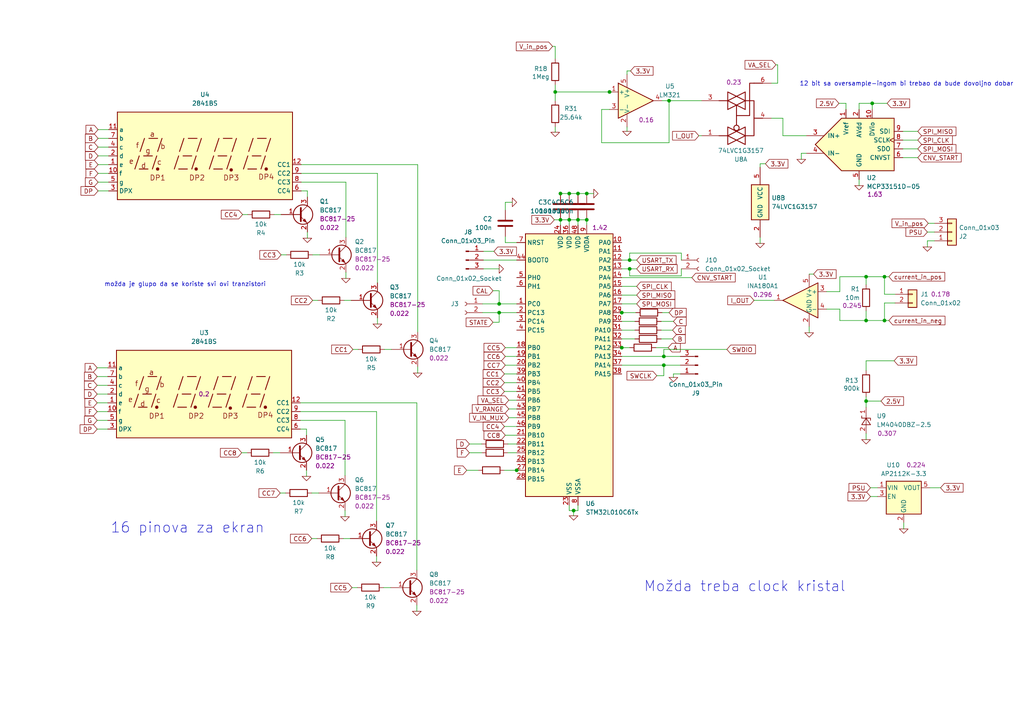
<source format=kicad_sch>
(kicad_sch (version 20230121) (generator eeschema)
  (paper "A4")
  (junction (at 162.56 56.134))
  (junction (at 162.56 63.754))
  (junction (at 167.64 56.134))
  (junction (at 192.532 105.918))
  (junction (at 192.532 103.378))
  (junction (at 166.37 148.082))
  (junction (at 180.34 90.678))
  (junction (at 251.206 92.964))
  (junction (at 194.056 29.21))
  (junction (at 165.1 56.134))
  (junction (at 149.86 136.398))
  (junction (at 170.18 56.134))
  (junction (at 251.206 116.332))
  (junction (at 144.78 88.138))
  (junction (at 176.784 26.67))
  (junction (at 256.54 80.264))
  (junction (at 144.78 90.678))
  (junction (at 180.34 100.838))
  (junction (at 165.1 63.754))
  (junction (at 182.626 75.438))
  (junction (at 182.626 77.978))
  (junction (at 252.984 29.972))
  (junction (at 256.54 92.964))
  (junction (at 170.18 63.754))
  (junction (at 167.64 63.754))
  (junction (at 251.206 80.264))
  (junction (at 161.036 26.67))
  (wire (pts (xy 182.626 73.406) (xy 182.626 75.438)))
  (wire (pts (xy 232.41 46.228) (xy 232.41 44.45)))
  (wire (pts (xy 259.334 104.648) (xy 251.206 104.648)))
  (wire (pts (xy 235.966 79.502) (xy 234.696 79.502)))
  (wire (pts (xy 165.1 63.754) (xy 165.1 65.278)))
  (wire (pts (xy 251.206 104.648) (xy 251.206 107.442)))
  (wire (pts (xy 195.326 93.218) (xy 191.77 93.218)))
  (wire (pts (xy 234.696 96.52) (xy 234.696 94.742)))
  (wire (pts (xy 90.678 73.914) (xy 92.71 73.914)))
  (wire (pts (xy 89.154 57.15) (xy 89.154 55.372)))
  (wire (pts (xy 251.206 80.264) (xy 256.54 80.264)))
  (wire (pts (xy 28.194 119.38) (xy 31.242 119.38)))
  (wire (pts (xy 167.64 56.134) (xy 165.1 56.134)))
  (wire (pts (xy 146.558 68.58) (xy 146.558 70.358)))
  (wire (pts (xy 271.018 69.85) (xy 268.986 69.85)))
  (wire (pts (xy 143.002 84.328) (xy 144.78 84.328)))
  (wire (pts (xy 225.552 24.13) (xy 223.774 24.13)))
  (wire (pts (xy 252.984 29.972) (xy 249.174 29.972)))
  (wire (pts (xy 218.694 87.122) (xy 224.536 87.122)))
  (wire (pts (xy 146.558 126.238) (xy 149.86 126.238)))
  (wire (pts (xy 180.34 93.218) (xy 184.15 93.218)))
  (wire (pts (xy 180.34 103.378) (xy 192.532 103.378)))
  (wire (pts (xy 146.558 105.918) (xy 149.86 105.918)))
  (wire (pts (xy 149.86 136.398) (xy 150.114 136.398)))
  (wire (pts (xy 140.208 75.438) (xy 149.86 75.438)))
  (wire (pts (xy 149.86 88.138) (xy 144.78 88.138)))
  (wire (pts (xy 70.104 131.318) (xy 71.628 131.318)))
  (wire (pts (xy 87.376 52.832) (xy 100.33 52.832)))
  (wire (pts (xy 99.568 156.21) (xy 101.6 156.21)))
  (wire (pts (xy 180.34 100.838) (xy 180.086 100.838)))
  (wire (pts (xy 136.144 128.778) (xy 139.7 128.778)))
  (wire (pts (xy 161.036 26.67) (xy 176.784 26.67)))
  (wire (pts (xy 210.82 101.346) (xy 192.532 101.346)))
  (wire (pts (xy 121.158 108.204) (xy 121.158 106.426)))
  (wire (pts (xy 28.194 106.68) (xy 31.242 106.68)))
  (wire (pts (xy 100.33 80.772) (xy 100.33 78.994)))
  (wire (pts (xy 182.626 100.838) (xy 180.34 100.838)))
  (wire (pts (xy 28.448 47.752) (xy 31.496 47.752)))
  (wire (pts (xy 184.15 95.758) (xy 180.34 95.758)))
  (wire (pts (xy 89.154 55.372) (xy 87.376 55.372)))
  (wire (pts (xy 221.996 47.498) (xy 220.472 47.498)))
  (wire (pts (xy 182.626 75.438) (xy 180.34 75.438)))
  (wire (pts (xy 180.34 80.518) (xy 200.66 80.518)))
  (wire (pts (xy 220.472 70.612) (xy 220.472 68.834)))
  (wire (pts (xy 251.206 92.964) (xy 256.54 92.964)))
  (wire (pts (xy 192.532 103.378) (xy 197.358 103.378)))
  (wire (pts (xy 268.986 71.628) (xy 268.986 69.85)))
  (wire (pts (xy 197.612 80.01) (xy 182.626 80.01)))
  (wire (pts (xy 182.626 80.01) (xy 182.626 77.978)))
  (wire (pts (xy 147.574 121.158) (xy 149.86 121.158)))
  (wire (pts (xy 109.22 163.068) (xy 109.22 161.29)))
  (wire (pts (xy 197.612 75.438) (xy 197.612 73.406)))
  (wire (pts (xy 146.304 110.998) (xy 149.86 110.998)))
  (wire (pts (xy 259.588 85.344) (xy 256.54 85.344)))
  (wire (pts (xy 28.448 50.292) (xy 31.496 50.292)))
  (wire (pts (xy 147.32 128.778) (xy 149.86 128.778)))
  (wire (pts (xy 28.448 42.672) (xy 31.496 42.672)))
  (wire (pts (xy 176.784 26.67) (xy 177.292 26.67)))
  (wire (pts (xy 192.532 108.966) (xy 190.5 108.966)))
  (wire (pts (xy 121.158 47.752) (xy 87.376 47.752)))
  (wire (pts (xy 146.558 58.674) (xy 146.558 60.96)))
  (wire (pts (xy 161.036 26.67) (xy 161.036 29.21)))
  (wire (pts (xy 225.552 18.796) (xy 225.552 24.13)))
  (wire (pts (xy 184.658 85.598) (xy 180.34 85.598)))
  (wire (pts (xy 165.1 148.082) (xy 166.37 148.082)))
  (wire (pts (xy 109.22 119.38) (xy 87.122 119.38)))
  (wire (pts (xy 120.904 177.292) (xy 120.904 175.514)))
  (wire (pts (xy 251.206 127.508) (xy 251.206 125.73)))
  (wire (pts (xy 251.206 80.264) (xy 251.206 82.55)))
  (wire (pts (xy 160.274 13.462) (xy 161.036 13.462)))
  (wire (pts (xy 251.206 116.332) (xy 251.206 118.11)))
  (wire (pts (xy 243.586 84.582) (xy 243.586 80.264)))
  (wire (pts (xy 28.194 111.76) (xy 31.242 111.76)))
  (wire (pts (xy 79.248 131.318) (xy 81.28 131.318)))
  (wire (pts (xy 243.586 92.964) (xy 251.206 92.964)))
  (wire (pts (xy 161.036 38.354) (xy 161.036 36.83)))
  (wire (pts (xy 197.612 77.978) (xy 197.612 80.01)))
  (wire (pts (xy 197.612 73.406) (xy 182.626 73.406)))
  (wire (pts (xy 180.34 90.678) (xy 180.086 90.678)))
  (wire (pts (xy 144.78 93.472) (xy 143.002 93.472)))
  (wire (pts (xy 148.59 58.674) (xy 146.558 58.674)))
  (wire (pts (xy 251.206 115.062) (xy 251.206 116.332)))
  (wire (pts (xy 161.036 24.638) (xy 161.036 26.67)))
  (wire (pts (xy 146.304 113.538) (xy 149.86 113.538)))
  (wire (pts (xy 181.864 20.574) (xy 181.864 21.59)))
  (wire (pts (xy 111.252 170.434) (xy 113.284 170.434)))
  (wire (pts (xy 28.448 52.832) (xy 31.496 52.832)))
  (wire (pts (xy 167.64 63.754) (xy 165.1 63.754)))
  (wire (pts (xy 167.64 56.134) (xy 170.18 56.134)))
  (wire (pts (xy 243.586 80.264) (xy 251.206 80.264)))
  (wire (pts (xy 194.056 90.678) (xy 192.024 90.678)))
  (wire (pts (xy 146.304 108.458) (xy 149.86 108.458)))
  (wire (pts (xy 181.864 38.1) (xy 181.864 36.83)))
  (wire (pts (xy 28.448 40.132) (xy 31.496 40.132)))
  (wire (pts (xy 272.796 141.478) (xy 269.748 141.478)))
  (wire (pts (xy 121.158 96.266) (xy 121.158 47.752)))
  (wire (pts (xy 136.144 131.318) (xy 139.7 131.318)))
  (wire (pts (xy 79.502 62.23) (xy 81.534 62.23)))
  (wire (pts (xy 100.33 52.832) (xy 100.33 68.834)))
  (wire (pts (xy 28.448 45.212) (xy 31.496 45.212)))
  (wire (pts (xy 143.256 72.898) (xy 140.208 72.898)))
  (wire (pts (xy 225.552 18.796) (xy 225.044 18.796)))
  (wire (pts (xy 89.154 69.088) (xy 89.154 67.31)))
  (wire (pts (xy 182.88 20.574) (xy 181.864 20.574)))
  (wire (pts (xy 87.122 121.92) (xy 100.076 121.92)))
  (wire (pts (xy 256.54 87.884) (xy 256.54 92.964)))
  (wire (pts (xy 182.626 77.978) (xy 180.34 77.978)))
  (wire (pts (xy 147.574 118.618) (xy 149.86 118.618)))
  (wire (pts (xy 268.986 67.31) (xy 271.018 67.31)))
  (wire (pts (xy 146.304 123.698) (xy 149.86 123.698)))
  (wire (pts (xy 251.206 116.332) (xy 255.524 116.332)))
  (wire (pts (xy 245.364 29.972) (xy 245.364 31.75)))
  (wire (pts (xy 146.558 100.838) (xy 149.86 100.838)))
  (wire (pts (xy 243.586 89.662) (xy 243.586 92.964)))
  (wire (pts (xy 266.192 43.18) (xy 261.874 43.18)))
  (wire (pts (xy 256.54 92.964) (xy 257.81 92.964)))
  (wire (pts (xy 249.174 53.848) (xy 249.174 52.07)))
  (wire (pts (xy 239.776 84.582) (xy 243.586 84.582)))
  (wire (pts (xy 109.474 82.042) (xy 109.474 50.292)))
  (wire (pts (xy 28.194 121.92) (xy 31.242 121.92)))
  (wire (pts (xy 220.472 47.498) (xy 220.472 48.514)))
  (wire (pts (xy 192.532 105.918) (xy 192.532 108.966)))
  (wire (pts (xy 90.424 143.002) (xy 92.456 143.002)))
  (wire (pts (xy 194.056 29.21) (xy 203.454 29.21)))
  (wire (pts (xy 251.206 92.964) (xy 251.206 90.17)))
  (wire (pts (xy 252.476 141.478) (xy 254.508 141.478)))
  (wire (pts (xy 256.54 80.264) (xy 256.54 85.344)))
  (wire (pts (xy 259.588 87.884) (xy 256.54 87.884)))
  (wire (pts (xy 161.036 13.462) (xy 161.036 17.018)))
  (wire (pts (xy 266.192 40.64) (xy 261.874 40.64)))
  (wire (pts (xy 227.076 34.29) (xy 227.076 39.37)))
  (wire (pts (xy 176.784 31.75) (xy 174.498 31.75)))
  (wire (pts (xy 70.358 62.23) (xy 71.882 62.23)))
  (wire (pts (xy 167.64 148.082) (xy 166.37 148.082)))
  (wire (pts (xy 88.9 138.176) (xy 88.9 136.398)))
  (wire (pts (xy 245.364 29.972) (xy 243.332 29.972)))
  (wire (pts (xy 28.448 37.592) (xy 31.496 37.592)))
  (wire (pts (xy 90.678 87.122) (xy 92.202 87.122)))
  (wire (pts (xy 249.174 29.972) (xy 249.174 31.75)))
  (wire (pts (xy 184.404 90.678) (xy 180.34 90.678)))
  (wire (pts (xy 120.904 116.84) (xy 87.122 116.84)))
  (wire (pts (xy 223.774 34.29) (xy 227.076 34.29)))
  (wire (pts (xy 144.78 84.328) (xy 144.78 88.138)))
  (wire (pts (xy 192.532 105.918) (xy 197.358 105.918)))
  (wire (pts (xy 195.072 98.298) (xy 191.77 98.298)))
  (wire (pts (xy 102.108 170.434) (xy 103.632 170.434)))
  (wire (pts (xy 88.9 124.46) (xy 87.122 124.46)))
  (wire (pts (xy 165.1 148.082) (xy 165.1 146.558)))
  (wire (pts (xy 184.658 77.978) (xy 182.626 77.978)))
  (wire (pts (xy 194.056 29.21) (xy 194.056 41.402)))
  (wire (pts (xy 252.984 29.972) (xy 252.984 31.75)))
  (wire (pts (xy 100.076 121.92) (xy 100.076 137.922)))
  (wire (pts (xy 266.192 45.72) (xy 261.874 45.72)))
  (wire (pts (xy 227.076 39.37) (xy 233.934 39.37)))
  (wire (pts (xy 165.1 63.754) (xy 162.56 63.754)))
  (wire (pts (xy 257.302 29.972) (xy 252.984 29.972)))
  (wire (pts (xy 174.498 41.402) (xy 194.056 41.402)))
  (wire (pts (xy 28.194 124.46) (xy 31.242 124.46)))
  (wire (pts (xy 180.34 105.918) (xy 192.532 105.918)))
  (wire (pts (xy 162.56 56.134) (xy 162.306 56.134)))
  (wire (pts (xy 28.448 55.372) (xy 31.496 55.372)))
  (wire (pts (xy 102.362 101.346) (xy 103.886 101.346)))
  (wire (pts (xy 192.024 29.21) (xy 194.056 29.21)))
  (wire (pts (xy 81.534 73.914) (xy 83.058 73.914)))
  (wire (pts (xy 195.326 108.458) (xy 197.358 108.458)))
  (wire (pts (xy 239.776 89.662) (xy 243.586 89.662)))
  (wire (pts (xy 193.802 100.838) (xy 190.246 100.838)))
  (wire (pts (xy 135.382 136.398) (xy 138.684 136.398)))
  (wire (pts (xy 149.86 90.678) (xy 144.78 90.678)))
  (wire (pts (xy 146.558 70.358) (xy 149.86 70.358)))
  (wire (pts (xy 88.9 126.238) (xy 88.9 124.46)))
  (wire (pts (xy 172.212 56.134) (xy 170.18 56.134)))
  (wire (pts (xy 28.194 109.22) (xy 31.242 109.22)))
  (wire (pts (xy 147.32 131.318) (xy 149.86 131.318)))
  (wire (pts (xy 262.128 153.416) (xy 262.128 151.638)))
  (wire (pts (xy 99.822 87.122) (xy 101.854 87.122)))
  (wire (pts (xy 146.304 136.398) (xy 149.86 136.398)))
  (wire (pts (xy 252.476 144.018) (xy 254.508 144.018)))
  (wire (pts (xy 266.192 38.1) (xy 261.874 38.1)))
  (wire (pts (xy 184.658 88.138) (xy 180.34 88.138)))
  (wire (pts (xy 144.78 90.678) (xy 139.954 90.678)))
  (wire (pts (xy 165.1 56.134) (xy 162.56 56.134)))
  (wire (pts (xy 170.18 63.754) (xy 167.64 63.754)))
  (wire (pts (xy 184.15 98.298) (xy 180.34 98.298)))
  (wire (pts (xy 195.326 109.474) (xy 195.326 108.458)))
  (wire (pts (xy 147.574 116.078) (xy 149.86 116.078)))
  (wire (pts (xy 271.018 64.77) (xy 269.24 64.77)))
  (wire (pts (xy 109.474 93.98) (xy 109.474 92.202)))
  (wire (pts (xy 146.558 103.378) (xy 149.86 103.378)))
  (wire (pts (xy 174.498 31.75) (xy 174.498 41.402)))
  (wire (pts (xy 144.78 90.678) (xy 144.78 93.472)))
  (wire (pts (xy 90.424 156.21) (xy 91.948 156.21)))
  (wire (pts (xy 184.658 75.438) (xy 182.626 75.438)))
  (wire (pts (xy 167.64 146.558) (xy 167.64 148.082)))
  (wire (pts (xy 162.56 63.754) (xy 162.56 65.278)))
  (wire (pts (xy 184.658 83.058) (xy 180.34 83.058)))
  (wire (pts (xy 109.474 50.292) (xy 87.376 50.292)))
  (wire (pts (xy 162.56 63.754) (xy 160.782 63.754)))
  (wire (pts (xy 170.18 65.278) (xy 170.18 63.754)))
  (wire (pts (xy 144.78 77.978) (xy 140.208 77.978)))
  (wire (pts (xy 195.072 95.758) (xy 191.77 95.758)))
  (wire (pts (xy 120.904 165.354) (xy 120.904 116.84)))
  (wire (pts (xy 166.37 149.606) (xy 166.37 148.082)))
  (wire (pts (xy 256.54 80.264) (xy 257.81 80.264)))
  (wire (pts (xy 109.22 151.13) (xy 109.22 119.38)))
  (wire (pts (xy 111.506 101.346) (xy 113.538 101.346)))
  (wire (pts (xy 167.64 63.754) (xy 167.64 65.278)))
  (wire (pts (xy 144.78 88.138) (xy 139.954 88.138)))
  (wire (pts (xy 81.28 143.002) (xy 82.804 143.002)))
  (wire (pts (xy 28.194 116.84) (xy 31.242 116.84)))
  (wire (pts (xy 28.194 114.3) (xy 31.242 114.3)))
  (wire (pts (xy 202.692 39.37) (xy 203.454 39.37)))
  (wire (pts (xy 232.41 44.45) (xy 233.934 44.45)))
  (wire (pts (xy 100.076 149.86) (xy 100.076 148.082)))
  (wire (pts (xy 192.532 101.346) (xy 192.532 103.378)))
  (text "možda je glupo da se koriste svi ovi tranzistori" (at 30.226 83.312 0) (effects (font (size 1.27 1.27)) (justify left bottom)))
  (text "Možda treba clock kristal\n" (at 186.69 171.958 0) (effects (font (size 3 3)) (justify left bottom)))
  (text "12 bit sa oversample-ingom bi trebao da bude dovoljno dobar" (at 231.902 25.146 0) (effects (font (size 1.27 1.27)) (justify left bottom)))
  (text "16 pinova za ekran" (at 32.004 154.94 0) (effects (font (size 3 3)) (justify left bottom)))
  (global_label "G" (shape input) (at 28.194 121.92 180) (property "Intersheetrefs" "${INTERSHEET_REFS}" (effects hide)))
  (global_label "3.3V" (shape input) (at 252.476 144.018 180) (property "Intersheetrefs" "${INTERSHEET_REFS}" (effects hide)))
  (global_label "3.3V" (shape input) (at 143.256 72.898 0) (property "Intersheetrefs" "${INTERSHEET_REFS}" (effects hide)))
  (global_label "USART_RX" (shape input) (at 184.658 77.978 0) (property "Intersheetrefs" "${INTERSHEET_REFS}" (effects hide)))
  (global_label "G" (shape input) (at 195.072 95.758 0) (property "Intersheetrefs" "${INTERSHEET_REFS}" (effects hide)))
  (global_label "STATE" (shape input) (at 143.002 93.472 180) (property "Intersheetrefs" "${INTERSHEET_REFS}" (effects hide)))
  (global_label "USART_TX" (shape input) (at 184.658 75.438 0) (property "Intersheetrefs" "${INTERSHEET_REFS}" (effects hide)))
  (global_label "C" (shape input) (at 28.194 111.76 180) (property "Intersheetrefs" "${INTERSHEET_REFS}" (effects hide)))
  (global_label "V_in_pos" (shape input) (at 160.274 13.462 180) (property "Intersheetrefs" "${INTERSHEET_REFS}" (effects hide)))
  (global_label "DP" (shape input) (at 28.448 55.372 180) (property "Intersheetrefs" "${INTERSHEET_REFS}" (effects hide)))
  (global_label "3.3V" (shape input) (at 257.302 29.972 0) (property "Intersheetrefs" "${INTERSHEET_REFS}" (effects hide)))
  (global_label "SWCLK" (shape input) (at 190.5 108.966 180) (property "Intersheetrefs" "${INTERSHEET_REFS}" (effects hide)))
  (global_label "2.5V" (shape input) (at 255.524 116.332 0) (property "Intersheetrefs" "${INTERSHEET_REFS}" (effects hide)))
  (global_label "SWDIO" (shape input) (at 210.82 101.346 0) (property "Intersheetrefs" "${INTERSHEET_REFS}" (effects hide)))
  (global_label "CC3" (shape input) (at 146.304 113.538 180) (property "Intersheetrefs" "${INTERSHEET_REFS}" (effects hide)))
  (global_label "CC5" (shape input) (at 102.108 170.434 180) (property "Intersheetrefs" "${INTERSHEET_REFS}" (effects hide)))
  (global_label "DP" (shape input) (at 194.056 90.678 0) (property "Intersheetrefs" "${INTERSHEET_REFS}" (effects hide)))
  (global_label "3.3V" (shape input) (at 160.782 63.754 180) (property "Intersheetrefs" "${INTERSHEET_REFS}" (effects hide)))
  (global_label "E" (shape input) (at 28.448 47.752 180) (property "Intersheetrefs" "${INTERSHEET_REFS}" (effects hide)))
  (global_label "C" (shape input) (at 28.448 42.672 180) (property "Intersheetrefs" "${INTERSHEET_REFS}" (effects hide)))
  (global_label "CC7" (shape input) (at 81.28 143.002 180) (property "Intersheetrefs" "${INTERSHEET_REFS}" (effects hide)))
  (global_label "CC4" (shape input) (at 146.304 123.698 180) (property "Intersheetrefs" "${INTERSHEET_REFS}" (effects hide)))
  (global_label "E" (shape input) (at 28.194 116.84 180) (property "Intersheetrefs" "${INTERSHEET_REFS}" (effects hide)))
  (global_label "CC4" (shape input) (at 70.358 62.23 180) (property "Intersheetrefs" "${INTERSHEET_REFS}" (effects hide)))
  (global_label "V_IN_MUX" (shape input) (at 147.574 121.158 180) (property "Intersheetrefs" "${INTERSHEET_REFS}" (effects hide)))
  (global_label "SPI_CLK" (shape input) (at 266.192 40.64 0) (property "Intersheetrefs" "${INTERSHEET_REFS}" (effects hide)))
  (global_label "3.3V" (shape input) (at 235.966 79.502 0) (property "Intersheetrefs" "${INTERSHEET_REFS}" (effects hide)))
  (global_label "F" (shape input) (at 28.194 119.38 180) (property "Intersheetrefs" "${INTERSHEET_REFS}" (effects hide)))
  (global_label "3.3V" (shape input) (at 182.88 20.574 0) (property "Intersheetrefs" "${INTERSHEET_REFS}" (effects hide)))
  (global_label "CC2" (shape input) (at 90.678 87.122 180) (property "Intersheetrefs" "${INTERSHEET_REFS}" (effects hide)))
  (global_label "A" (shape input) (at 28.448 37.592 180) (property "Intersheetrefs" "${INTERSHEET_REFS}" (effects hide)))
  (global_label "current_in_neg" (shape input) (at 257.81 92.964 0) (property "Intersheetrefs" "${INTERSHEET_REFS}" (effects hide)))
  (global_label "PSU" (shape input) (at 252.476 141.478 180) (property "Intersheetrefs" "${INTERSHEET_REFS}" (effects hide)))
  (global_label "CNV_START" (shape input) (at 200.66 80.518 0) (property "Intersheetrefs" "${INTERSHEET_REFS}" (effects hide)))
  (global_label "V_in_pos" (shape input) (at 269.24 64.77 180) (property "Intersheetrefs" "${INTERSHEET_REFS}" (effects hide)))
  (global_label "CC6" (shape input) (at 146.558 103.378 180) (property "Intersheetrefs" "${INTERSHEET_REFS}" (effects hide)))
  (global_label "CC7" (shape input) (at 146.558 105.918 180) (property "Intersheetrefs" "${INTERSHEET_REFS}" (effects hide)))
  (global_label "VA_SEL" (shape input) (at 225.044 18.796 180) (property "Intersheetrefs" "${INTERSHEET_REFS}" (effects hide)))
  (global_label "VA_SEL" (shape input) (at 147.574 116.078 180) (property "Intersheetrefs" "${INTERSHEET_REFS}" (effects hide)))
  (global_label "CNV_START" (shape input) (at 266.192 45.72 0) (property "Intersheetrefs" "${INTERSHEET_REFS}" (effects hide)))
  (global_label "3.3V" (shape input) (at 259.334 104.648 0) (property "Intersheetrefs" "${INTERSHEET_REFS}" (effects hide)))
  (global_label "D" (shape input) (at 28.194 114.3 180) (property "Intersheetrefs" "${INTERSHEET_REFS}" (effects hide)))
  (global_label "CC1" (shape input) (at 102.362 101.346 180) (property "Intersheetrefs" "${INTERSHEET_REFS}" (effects hide)))
  (global_label "CC2" (shape input) (at 146.304 110.998 180) (property "Intersheetrefs" "${INTERSHEET_REFS}" (effects hide)))
  (global_label "3.3V" (shape input) (at 272.796 141.478 0) (property "Intersheetrefs" "${INTERSHEET_REFS}" (effects hide)))
  (global_label "CC8" (shape input) (at 146.558 126.238 180) (property "Intersheetrefs" "${INTERSHEET_REFS}" (effects hide)))
  (global_label "DP" (shape input) (at 28.194 124.46 180) (property "Intersheetrefs" "${INTERSHEET_REFS}" (effects hide)))
  (global_label "I_OUT" (shape input) (at 202.692 39.37 180) (property "Intersheetrefs" "${INTERSHEET_REFS}" (effects hide)))
  (global_label "current_in_pos" (shape input) (at 257.81 80.264 0) (property "Intersheetrefs" "${INTERSHEET_REFS}" (effects hide)))
  (global_label "3.3V" (shape input) (at 221.996 47.498 0) (property "Intersheetrefs" "${INTERSHEET_REFS}" (effects hide)))
  (global_label "SPI_MOSI" (shape input) (at 266.192 43.18 0) (property "Intersheetrefs" "${INTERSHEET_REFS}" (effects hide)))
  (global_label "D" (shape input) (at 28.448 45.212 180) (property "Intersheetrefs" "${INTERSHEET_REFS}" (effects hide)))
  (global_label "CAL" (shape input) (at 143.002 84.328 180) (property "Intersheetrefs" "${INTERSHEET_REFS}" (effects hide)))
  (global_label "A" (shape input) (at 193.802 100.838 0) (property "Intersheetrefs" "${INTERSHEET_REFS}" (effects hide)))
  (global_label "B" (shape input) (at 195.072 98.298 0) (property "Intersheetrefs" "${INTERSHEET_REFS}" (effects hide)))
  (global_label "E" (shape input) (at 135.382 136.398 180) (property "Intersheetrefs" "${INTERSHEET_REFS}" (effects hide)))
  (global_label "SPI_CLK" (shape input) (at 184.658 83.058 0) (property "Intersheetrefs" "${INTERSHEET_REFS}" (effects hide)))
  (global_label "I_OUT" (shape input) (at 218.694 87.122 180) (property "Intersheetrefs" "${INTERSHEET_REFS}" (effects hide)))
  (global_label "CC5" (shape input) (at 146.558 100.838 180) (property "Intersheetrefs" "${INTERSHEET_REFS}" (effects hide)))
  (global_label "CC8" (shape input) (at 70.104 131.318 180) (property "Intersheetrefs" "${INTERSHEET_REFS}" (effects hide)))
  (global_label "F" (shape input) (at 136.144 131.318 180) (property "Intersheetrefs" "${INTERSHEET_REFS}" (effects hide)))
  (global_label "A" (shape input) (at 28.194 106.68 180) (property "Intersheetrefs" "${INTERSHEET_REFS}" (effects hide)))
  (global_label "G" (shape input) (at 28.448 52.832 180) (property "Intersheetrefs" "${INTERSHEET_REFS}" (effects hide)))
  (global_label "SPI_MOSI" (shape input) (at 184.658 88.138 0) (property "Intersheetrefs" "${INTERSHEET_REFS}" (effects hide)))
  (global_label "2.5V" (shape input) (at 243.332 29.972 180) (property "Intersheetrefs" "${INTERSHEET_REFS}" (effects hide)))
  (global_label "CC6" (shape input) (at 90.424 156.21 180) (property "Intersheetrefs" "${INTERSHEET_REFS}" (effects hide)))
  (global_label "C" (shape input) (at 195.326 93.218 0) (property "Intersheetrefs" "${INTERSHEET_REFS}" (effects hide)))
  (global_label "PSU" (shape input) (at 268.986 67.31 180) (property "Intersheetrefs" "${INTERSHEET_REFS}" (effects hide)))
  (global_label "F" (shape input) (at 28.448 50.292 180) (property "Intersheetrefs" "${INTERSHEET_REFS}" (effects hide)))
  (global_label "B" (shape input) (at 28.448 40.132 180) (property "Intersheetrefs" "${INTERSHEET_REFS}" (effects hide)))
  (global_label "V_RANGE" (shape input) (at 147.574 118.618 180) (property "Intersheetrefs" "${INTERSHEET_REFS}" (effects hide)))
  (global_label "D" (shape input) (at 136.144 128.778 180) (property "Intersheetrefs" "${INTERSHEET_REFS}" (effects hide)))
  (global_label "B" (shape input) (at 28.194 109.22 180) (property "Intersheetrefs" "${INTERSHEET_REFS}" (effects hide)))
  (global_label "CC1" (shape input) (at 146.304 108.458 180) (property "Intersheetrefs" "${INTERSHEET_REFS}" (effects hide)))
  (global_label "SPI_MISO" (shape input) (at 266.192 38.1 0) (property "Intersheetrefs" "${INTERSHEET_REFS}" (effects hide)))
  (global_label "SPI_MISO" (shape input) (at 184.658 85.598 0) (property "Intersheetrefs" "${INTERSHEET_REFS}" (effects hide)))
  (global_label "CC3" (shape input) (at 81.534 73.914 180) (property "Intersheetrefs" "${INTERSHEET_REFS}" (effects hide)))
  (symbol (lib_id "Device:R") (at 161.036 20.828 0) (mirror y) (unit 1)
    (property "Reference" "R18" (at 156.845 19.939 0))
    (property "Value" "1Meg" (at 156.845 22.225 0))
    (property "Footprint" "Resistor_SMD:R_0603_1608Metric_Pad0.98x0.95mm_HandSolder" (effects hide))
  )
  (symbol (lib_id "SPICE_ADC:MCP33151D-05") (at 249.174 41.91 0) (unit 1)
    (property "Reference" "U2" (at 251.3681 51.562 0) (effects (justify left)))
    (property "Value" "MCP33151D-05" (at 251.3681 54.102 0) (effects (justify left)))
    (property "Footprint" "Package_SO:MSOP-10_3x3mm_P0.5mm" (effects hide))
    (property "Datasheet" "http://ww1.microchip.com/downloads/en/DeviceDoc/21700D.pdf" (effects hide))
    (property "Price" "1.63" (at 253.746 56.388 0))
  )
  (symbol (lib_id "Device:R") (at 188.214 90.678 270) (mirror x) (unit 1)
    (property "Reference" "R39" (effects hide))
    (property "Value" "220" (effects hide))
    (property "Footprint" "Resistor_SMD:R_0603_1608Metric_Pad0.98x0.95mm_HandSolder" (effects hide))
  )
  (symbol (lib_id "Device:C") (at 146.558 64.77 0) (mirror y) (unit 1)
    (property "Reference" "C2" (at 142.748 63.5 0) (effects (justify left)))
    (property "Value" "100n" (at 142.748 66.04 0) (effects (justify left)))
    (property "Footprint" "Capacitor_SMD:C_1206_3216Metric_Pad1.33x1.80mm_HandSolder" (effects hide))
  )
  (symbol (lib_id "Simulation_SPICE:0") (at 234.696 96.52 0) (unit 1)
    (property "Reference" "#GND01" (effects hide))
    (property "Value" "0" (effects hide))
  )
  (symbol (lib_id "Device:R") (at 143.51 131.318 270) (mirror x) (unit 1)
    (property "Reference" "R34" (effects hide))
    (property "Value" "220" (effects hide))
    (property "Footprint" "Resistor_SMD:R_0603_1608Metric_Pad0.98x0.95mm_HandSolder" (effects hide))
  )
  (symbol (lib_id "MCU_ST_STM32L0:STM32L010C6Tx") (at 165.1 105.918 0) (unit 1)
    (property "Reference" "U6" (at 169.8341 146.05 0) (effects (justify left)))
    (property "Value" "STM32L010C6Tx" (at 169.8341 148.59 0) (effects (justify left)))
    (property "Footprint" "Package_QFP:LQFP-48_7x7mm_P0.5mm" (effects hide))
    (property "Datasheet" "https://www.st.com/resource/en/datasheet/stm32l010c6.pdf" (effects hide))
    (property "Price" "1.42" (at 173.99 66.04 0))
  )
  (symbol (lib_id "Device:R") (at 143.51 128.778 270) (mirror x) (unit 1)
    (property "Reference" "R33" (effects hide))
    (property "Value" "220" (effects hide))
    (property "Footprint" "Resistor_SMD:R_0603_1608Metric_Pad0.98x0.95mm_HandSolder" (effects hide))
  )
  (symbol (lib_id "Simulation_SPICE:0") (at 268.986 71.628 0) (unit 1)
    (property "Reference" "#GND018" (effects hide))
    (property "Value" "0" (effects hide))
  )
  (symbol (lib_id "Reference_Voltage:LM4040DBZ-2.5") (at 251.206 121.92 90) (unit 1)
    (property "Reference" "U9" (at 254.254 120.65 90) (effects (justify right)))
    (property "Value" "LM4040DBZ-2.5" (at 254.254 123.19 90) (effects (justify right)))
    (property "Footprint" "Package_TO_SOT_SMD:SOT-23" (effects hide))
    (property "Datasheet" "http://www.ti.com/lit/ds/symlink/lm4040-n.pdf" (effects hide))
    (property "Price" "0.307" (at 257.302 125.73 90))
  )
  (symbol (lib_id "Device:R") (at 251.206 111.252 0) (mirror y) (unit 1)
    (property "Reference" "R13" (at 247.015 110.363 0))
    (property "Value" "900k" (at 247.015 112.649 0))
    (property "Footprint" "Resistor_SMD:R_0603_1608Metric_Pad0.98x0.95mm_HandSolder" (effects hide))
  )
  (symbol (lib_id "Connector:Conn_01x03_Pin") (at 202.438 105.918 180) (unit 1)
    (property "Reference" "J9" (at 201.803 114.046 0))
    (property "Value" "Conn_01x03_Pin" (at 201.803 111.506 0))
    (property "Footprint" "Connector_PinHeader_2.54mm:PinHeader_1x03_P2.54mm_Vertical" (effects hide))
  )
  (symbol (lib_id "Simulation_SPICE:0") (at 121.158 108.204 0) (unit 1)
    (property "Reference" "#GND07" (effects hide))
    (property "Value" "0" (effects hide))
  )
  (symbol (lib_id "Simulation_SPICE:0") (at 120.904 177.292 0) (unit 1)
    (property "Reference" "#GND011" (effects hide))
    (property "Value" "0" (effects hide))
  )
  (symbol (lib_id "Device:C") (at 165.1 59.944 0) (mirror y) (unit 1)
    (property "Reference" "C4" (at 161.29 58.674 0) (effects (justify left)))
    (property "Value" "100n" (at 161.29 61.214 0) (effects (justify left)))
    (property "Footprint" "Capacitor_SMD:C_1206_3216Metric_Pad1.33x1.80mm_HandSolder" (effects hide))
  )
  (symbol (lib_id "Device:R") (at 75.692 62.23 270) (mirror x) (unit 1)
    (property "Reference" "R4" (at 75.692 67.564 90))
    (property "Value" "10k" (at 75.692 65.024 90))
    (property "Footprint" "Resistor_SMD:R_0603_1608Metric_Pad0.98x0.95mm_HandSolder" (effects hide))
  )
  (symbol (lib_id "Device:R") (at 187.96 93.218 90) (mirror x) (unit 1)
    (property "Reference" "R36" (effects hide))
    (property "Value" "220" (effects hide))
    (property "Footprint" "Resistor_SMD:R_0603_1608Metric_Pad0.98x0.95mm_HandSolder" (effects hide))
  )
  (symbol (lib_id "Device:R") (at 187.96 95.758 270) (mirror x) (unit 1)
    (property "Reference" "R37" (effects hide))
    (property "Value" "220" (effects hide))
    (property "Footprint" "Resistor_SMD:R_0603_1608Metric_Pad0.98x0.95mm_HandSolder" (effects hide))
  )
  (symbol (lib_id "Device:C") (at 167.64 59.944 0) (mirror y) (unit 1)
    (property "Reference" "C5" (at 163.83 58.674 0) (effects (justify left)))
    (property "Value" "100n" (at 163.83 61.214 0) (effects (justify left)))
    (property "Footprint" "Capacitor_SMD:C_1206_3216Metric_Pad1.33x1.80mm_HandSolder" (effects hide))
  )
  (symbol (lib_id "SPICE_opamps:LM321") (at 184.404 29.21 0) (unit 1)
    (property "Reference" "U5" (at 194.31 25.0191 0))
    (property "Value" "LM321" (at 194.31 27.5591 0))
    (property "Footprint" "Package_TO_SOT_SMD:SOT-23-5" (effects hide))
    (property "Datasheet" "http://www.ti.com/lit/ds/symlink/lm321.pdf" (effects hide))
    (property "Sim.Library" "/home/ostoja/KiCad/models/opamps/lmx24_lm2902.lib" (effects hide))
    (property "Sim.Name" "LMX24_LM2902" (effects hide))
    (property "Sim.Device" "SUBCKT" (effects hide))
    (property "Sim.Pins" "1=IN+ 2=VEE 3=IN- 4=OUT 5=VCC" (effects hide))
    (property "Price" "0.16" (at 187.452 34.798 0))
  )
  (symbol (lib_id "Device:R") (at 187.96 98.298 270) (mirror x) (unit 1)
    (property "Reference" "R38" (effects hide))
    (property "Value" "220" (effects hide))
    (property "Footprint" "Resistor_SMD:R_0603_1608Metric_Pad0.98x0.95mm_HandSolder" (effects hide))
  )
  (symbol (lib_id "74xGxx:74LVC1G3157") (at 213.614 34.29 180) (unit 1)
    (property "Reference" "U8" (at 214.884 46.228 0))
    (property "Value" "74LVC1G3157" (at 214.884 43.688 0))
    (property "Footprint" "Package_TO_SOT_SMD:SOT-363_SC-70-6_Handsoldering" (effects hide))
    (property "Datasheet" "http://www.ti.com/lit/sg/scyt129e/scyt129e.pdf" (effects hide))
    (property "Price" "0.23" (at 212.852 23.876 0))
  )
  (symbol (lib_id "Device:R") (at 107.696 101.346 270) (mirror x) (unit 1)
    (property "Reference" "R5" (at 107.696 106.68 90))
    (property "Value" "10k" (at 107.696 104.14 90))
    (property "Footprint" "Resistor_SMD:R_0603_1608Metric_Pad0.98x0.95mm_HandSolder" (effects hide))
  )
  (symbol (lib_id "Simulation_SPICE:0") (at 220.472 70.612 0) (unit 1)
    (property "Reference" "#GND017" (effects hide))
    (property "Value" "0" (effects hide))
  )
  (symbol (lib_id "Device:R") (at 86.614 143.002 270) (mirror x) (unit 1)
    (property "Reference" "R7" (at 86.614 148.336 90))
    (property "Value" "10k" (at 86.614 145.796 90))
    (property "Footprint" "Resistor_SMD:R_0603_1608Metric_Pad0.98x0.95mm_HandSolder" (effects hide))
  )
  (symbol (lib_id "Connector:Conn_01x02_Socket") (at 202.692 75.438 0) (unit 1)
    (property "Reference" "J10" (at 204.47 75.438 0) (effects (justify left)))
    (property "Value" "Conn_01x02_Socket" (at 204.47 77.978 0) (effects (justify left)))
    (property "Footprint" "Connector_PinHeader_2.54mm:PinHeader_1x02_P2.54mm_Vertical" (effects hide))
  )
  (symbol (lib_id "SPICE_bjts:BC817") (at 118.364 170.434 0) (unit 1)
    (property "Reference" "Q8" (at 124.46 166.624 0) (effects (justify left)))
    (property "Value" "BC817" (at 124.46 169.164 0) (effects (justify left)))
    (property "Footprint" "Package_TO_SOT_SMD:SOT-23" (effects hide))
    (property "Datasheet" "https://www.onsemi.com/pub/Collateral/BC818-D.pdf" (effects hide))
    (property "Sim.Library" "/home/ostoja/spice_models/bjts/BC817-25.lib" (effects hide))
    (property "Sim.Name" "BC817-25" (at 124.46 171.704 0) (effects (justify left)))
    (property "Sim.Device" "NPN" (effects hide))
    (property "Sim.Type" "GUMMELPOON" (effects hide))
    (property "Sim.Pins" "1=B 2=E 3=C" (effects hide))
    (property "Sim.Params" "is=91980a" (effects hide))
    (property "Price" "0.022" (at 124.46 174.244 0) (effects (justify left)))
  )
  (symbol (lib_id "Simulation_SPICE:0") (at 109.22 163.068 0) (unit 1)
    (property "Reference" "#GND010" (effects hide))
    (property "Value" "0" (effects hide))
  )
  (symbol (lib_id "SPICE_bjts:BC817") (at 97.79 73.914 0) (unit 1)
    (property "Reference" "Q2" (at 102.87 70.104 0) (effects (justify left)))
    (property "Value" "BC817" (at 102.87 72.644 0) (effects (justify left)))
    (property "Footprint" "Package_TO_SOT_SMD:SOT-23" (effects hide))
    (property "Datasheet" "https://www.onsemi.com/pub/Collateral/BC818-D.pdf" (effects hide))
    (property "Sim.Library" "/home/ostoja/spice_models/bjts/BC817-25.lib" (effects hide))
    (property "Sim.Name" "BC817-25" (at 102.87 75.184 0) (effects (justify left)))
    (property "Sim.Device" "NPN" (effects hide))
    (property "Sim.Type" "GUMMELPOON" (effects hide))
    (property "Sim.Pins" "1=B 2=E 3=C" (effects hide))
    (property "Sim.Params" "is=91980a" (effects hide))
    (property "Price" "0.022" (at 102.87 77.724 0) (effects (justify left)))
  )
  (symbol (lib_id "Simulation_SPICE:0") (at 166.37 149.606 0) (unit 1)
    (property "Reference" "#GND023" (effects hide))
    (property "Value" "0" (effects hide))
  )
  (symbol (lib_id "Connector:Conn_01x02_Socket") (at 134.874 88.138 0) (mirror y) (unit 1)
    (property "Reference" "J3" (at 133.096 88.138 0) (effects (justify left)))
    (property "Value" "Conn_01x02_Socket" (at 145.542 80.772 0) (effects (justify left)))
    (property "Footprint" "Connector_PinHeader_2.54mm:PinHeader_1x02_P2.54mm_Vertical" (effects hide))
  )
  (symbol (lib_id "SPICE_bjts:BC817") (at 97.536 143.002 0) (unit 1)
    (property "Reference" "Q6" (at 102.87 139.192 0) (effects (justify left)))
    (property "Value" "BC817" (at 102.87 141.732 0) (effects (justify left)))
    (property "Footprint" "Package_TO_SOT_SMD:SOT-23" (effects hide))
    (property "Datasheet" "https://www.onsemi.com/pub/Collateral/BC818-D.pdf" (effects hide))
    (property "Sim.Library" "/home/ostoja/spice_models/bjts/BC817-25.lib" (effects hide))
    (property "Sim.Name" "BC817-25" (at 102.87 144.272 0) (effects (justify left)))
    (property "Sim.Device" "NPN" (effects hide))
    (property "Sim.Type" "GUMMELPOON" (effects hide))
    (property "Sim.Pins" "1=B 2=E 3=C" (effects hide))
    (property "Sim.Params" "is=91980a" (effects hide))
    (property "Price" "0.022" (at 102.87 146.812 0) (effects (justify left)))
  )
  (symbol (lib_id "Regulator_Linear:AP2112K-3.3") (at 262.128 144.018 0) (unit 1)
    (property "Reference" "U10" (at 259.08 134.874 0))
    (property "Value" "AP2112K-3.3" (at 262.128 137.414 0))
    (property "Footprint" "Package_TO_SOT_SMD:SOT-23-5" (effects hide))
    (property "Datasheet" "https://www.diodes.com/assets/Datasheets/AP2112.pdf" (effects hide))
    (property "Price" "0.224" (at 265.684 134.874 0))
  )
  (symbol (lib_id "Simulation_SPICE:0") (at 100.076 149.86 0) (unit 1)
    (property "Reference" "#GND09" (effects hide))
    (property "Value" "0" (effects hide))
  )
  (symbol (lib_id "Simulation_SPICE:0") (at 232.41 46.228 0) (unit 1)
    (property "Reference" "#GND03" (effects hide))
    (property "Value" "0" (effects hide))
  )
  (symbol (lib_id "Device:C") (at 170.18 59.944 0) (mirror y) (unit 1)
    (property "Reference" "C6" (at 166.37 58.674 0) (effects (justify left)))
    (property "Value" "100n" (at 166.37 61.214 0) (effects (justify left)))
    (property "Footprint" "Capacitor_SMD:C_1206_3216Metric_Pad1.33x1.80mm_HandSolder" (effects hide))
  )
  (symbol (lib_id "Device:R") (at 251.206 86.36 0) (mirror y) (unit 1)
    (property "Reference" "R1" (at 249.428 83.82 0) (effects (justify left)))
    (property "Value" "10m" (at 249.428 86.36 0) (effects (justify left)))
    (property "Footprint" "Resistor_SMD:R_2512_6332Metric_Pad1.40x3.35mm_HandSolder" (effects hide))
    (property "Price" "0.245" (at 247.142 88.646 0))
  )
  (symbol (lib_id "Device:R") (at 186.436 100.838 90) (mirror x) (unit 1)
    (property "Reference" "R35" (effects hide))
    (property "Value" "220" (effects hide))
    (property "Footprint" "Resistor_SMD:R_0603_1608Metric_Pad0.98x0.95mm_HandSolder" (effects hide))
  )
  (symbol (lib_id "Simulation_SPICE:0") (at 100.33 80.772 0) (unit 1)
    (property "Reference" "#GND05" (effects hide))
    (property "Value" "0" (effects hide))
  )
  (symbol (lib_id "SPICE_bjts:BC817") (at 106.934 87.122 0) (unit 1)
    (property "Reference" "Q3" (at 113.03 83.312 0) (effects (justify left)))
    (property "Value" "BC817" (at 113.03 85.852 0) (effects (justify left)))
    (property "Footprint" "Package_TO_SOT_SMD:SOT-23" (effects hide))
    (property "Datasheet" "https://www.onsemi.com/pub/Collateral/BC818-D.pdf" (effects hide))
    (property "Sim.Library" "/home/ostoja/spice_models/bjts/BC817-25.lib" (effects hide))
    (property "Sim.Name" "BC817-25" (at 113.03 88.392 0) (effects (justify left)))
    (property "Sim.Device" "NPN" (effects hide))
    (property "Sim.Type" "GUMMELPOON" (effects hide))
    (property "Sim.Pins" "1=B 2=E 3=C" (effects hide))
    (property "Sim.Params" "is=91980a" (effects hide))
    (property "Price" "0.022" (at 113.03 90.932 0) (effects (justify left)))
  )
  (symbol (lib_id "Simulation_SPICE:0") (at 148.59 58.674 90) (unit 1)
    (property "Reference" "#GND016" (effects hide))
    (property "Value" "0" (effects hide))
  )
  (symbol (lib_id "Simulation_SPICE:0") (at 181.864 38.1 0) (unit 1)
    (property "Reference" "#GND019" (effects hide))
    (property "Value" "0" (effects hide))
  )
  (symbol (lib_id "SPICE_bjts:BC817") (at 86.614 62.23 0) (unit 1)
    (property "Reference" "Q1" (at 92.71 58.42 0) (effects (justify left)))
    (property "Value" "BC817" (at 92.71 60.96 0) (effects (justify left)))
    (property "Footprint" "Package_TO_SOT_SMD:SOT-23" (effects hide))
    (property "Datasheet" "https://www.onsemi.com/pub/Collateral/BC818-D.pdf" (effects hide))
    (property "Sim.Library" "/home/ostoja/spice_models/bjts/BC817-25.lib" (effects hide))
    (property "Sim.Name" "BC817-25" (at 92.71 63.5 0) (effects (justify left)))
    (property "Sim.Device" "NPN" (effects hide))
    (property "Sim.Type" "GUMMELPOON" (effects hide))
    (property "Sim.Pins" "1=B 2=E 3=C" (effects hide))
    (property "Sim.Params" "is=91980a" (effects hide))
    (property "Price" "0.022" (at 92.71 66.04 0) (effects (justify left)))
  )
  (symbol (lib_id "Device:R") (at 96.012 87.122 270) (mirror x) (unit 1)
    (property "Reference" "R2" (at 96.012 92.456 90))
    (property "Value" "10k" (at 96.012 89.916 90))
    (property "Footprint" "Resistor_SMD:R_0603_1608Metric_Pad0.98x0.95mm_HandSolder" (effects hide))
  )
  (symbol (lib_id "SPICE_diodes:2841BS") (at 59.436 45.212 0) (unit 1)
    (property "Reference" "U4" (at 59.436 27.432 0))
    (property "Value" "2841BS" (at 59.436 29.972 0))
    (property "Footprint" "Pretty feet:2841" (effects hide))
    (property "Datasheet" "http://www.kingbrightusa.com/images/catalog/SPEC/CC56-12GWA.pdf" (effects hide))
    (property "Price" "0.2" (effects hide))
  )
  (symbol (lib_id "SPICE_bjts:BC817") (at 106.68 156.21 0) (unit 1)
    (property "Reference" "Q7" (at 111.76 152.4 0) (effects (justify left)))
    (property "Value" "BC817" (at 111.76 154.94 0) (effects (justify left)))
    (property "Footprint" "Package_TO_SOT_SMD:SOT-23" (effects hide))
    (property "Datasheet" "https://www.onsemi.com/pub/Collateral/BC818-D.pdf" (effects hide))
    (property "Sim.Library" "/home/ostoja/spice_models/bjts/BC817-25.lib" (effects hide))
    (property "Sim.Name" "BC817-25" (at 111.76 157.48 0) (effects (justify left)))
    (property "Sim.Device" "NPN" (effects hide))
    (property "Sim.Type" "GUMMELPOON" (effects hide))
    (property "Sim.Pins" "1=B 2=E 3=C" (effects hide))
    (property "Sim.Params" "is=91980a" (effects hide))
    (property "Price" "0.022" (at 111.76 160.02 0) (effects (justify left)))
  )
  (symbol (lib_id "Simulation_SPICE:0") (at 88.9 138.176 0) (unit 1)
    (property "Reference" "#GND08" (effects hide))
    (property "Value" "0" (effects hide))
  )
  (symbol (lib_id "Device:R") (at 86.868 73.914 270) (mirror x) (unit 1)
    (property "Reference" "R3" (at 86.868 79.248 90))
    (property "Value" "10k" (at 86.868 76.708 90))
    (property "Footprint" "Resistor_SMD:R_0603_1608Metric_Pad0.98x0.95mm_HandSolder" (effects hide))
  )
  (symbol (lib_id "74xGxx:74LVC1G3157") (at 220.472 58.674 0) (unit 2)
    (property "Reference" "U8" (at 223.774 57.404 0) (effects (justify left)))
    (property "Value" "74LVC1G3157" (at 223.774 59.944 0) (effects (justify left)))
    (property "Footprint" "Package_TO_SOT_SMD:SOT-363_SC-70-6_Handsoldering" (effects hide))
    (property "Datasheet" "http://www.ti.com/lit/sg/scyt129e/scyt129e.pdf" (effects hide))
    (property "Price" "0.23" (effects hide))
  )
  (symbol (lib_id "SPICE_diodes:2841BS") (at 59.182 114.3 0) (unit 1)
    (property "Reference" "U3" (at 59.182 96.52 0))
    (property "Value" "2841BS" (at 59.182 99.06 0))
    (property "Footprint" "Pretty feet:2841" (effects hide))
    (property "Datasheet" "http://www.kingbrightusa.com/images/catalog/SPEC/CC56-12GWA.pdf" (effects hide))
    (property "Price" "0.2" (at 59.182 114.3 0))
  )
  (symbol (lib_id "Device:R") (at 161.036 33.02 0) (unit 1)
    (property "Reference" "R31" (at 165.608 31.496 0))
    (property "Value" "25.64k" (at 165.608 34.036 0))
    (property "Footprint" "Resistor_SMD:R_0603_1608Metric_Pad0.98x0.95mm_HandSolder" (effects hide))
  )
  (symbol (lib_id "Simulation_SPICE:0") (at 251.206 127.508 0) (unit 1)
    (property "Reference" "#GND013" (effects hide))
    (property "Value" "0" (effects hide))
  )
  (symbol (lib_id "SPICE_bjts:BC817") (at 118.618 101.346 0) (unit 1)
    (property "Reference" "Q4" (at 124.46 98.806 0) (effects (justify left)))
    (property "Value" "BC817" (at 124.46 101.346 0) (effects (justify left)))
    (property "Footprint" "Package_TO_SOT_SMD:SOT-23" (effects hide))
    (property "Datasheet" "https://www.onsemi.com/pub/Collateral/BC818-D.pdf" (effects hide))
    (property "Sim.Library" "/home/ostoja/spice_models/bjts/BC817-25.lib" (effects hide))
    (property "Sim.Name" "BC817-25" (effects hide))
    (property "Sim.Device" "NPN" (effects hide))
    (property "Sim.Type" "GUMMELPOON" (effects hide))
    (property "Sim.Pins" "1=B 2=E 3=C" (effects hide))
    (property "Sim.Params" "is=91980a" (effects hide))
    (property "Price" "0.022" (at 124.46 103.886 0) (effects (justify left)))
  )
  (symbol (lib_id "SPICE_bjts:BC817") (at 86.36 131.318 0) (unit 1)
    (property "Reference" "Q5" (at 91.44 127.508 0) (effects (justify left)))
    (property "Value" "BC817" (at 91.44 130.048 0) (effects (justify left)))
    (property "Footprint" "Package_TO_SOT_SMD:SOT-23" (effects hide))
    (property "Datasheet" "https://www.onsemi.com/pub/Collateral/BC818-D.pdf" (effects hide))
    (property "Sim.Library" "/home/ostoja/spice_models/bjts/BC817-25.lib" (effects hide))
    (property "Sim.Name" "BC817-25" (at 91.44 132.588 0) (effects (justify left)))
    (property "Sim.Device" "NPN" (effects hide))
    (property "Sim.Type" "GUMMELPOON" (effects hide))
    (property "Sim.Pins" "1=B 2=E 3=C" (effects hide))
    (property "Sim.Params" "is=91980a" (effects hide))
    (property "Price" "0.022" (at 91.44 135.128 0) (effects (justify left)))
  )
  (symbol (lib_id "SPICE_current_amp:INA180A1") (at 232.156 87.122 0) (mirror y) (unit 1)
    (property "Reference" "U1" (at 221.234 80.3911 0))
    (property "Value" "INA180A1" (at 221.234 82.9311 0))
    (property "Footprint" "Package_TO_SOT_SMD:SOT-23-5" (effects hide))
    (property "Datasheet" "http://www.ti.com/lit/ds/symlink/ina180.pdf" (effects hide))
    (property "Sim.Library" "/home/ostoja/KiCad/models/current_amp/ina180a1.lib" (effects hide))
    (property "Sim.Name" "INA180A1" (effects hide))
    (property "Sim.Device" "SUBCKT" (effects hide))
    (property "Sim.Pins" "1=OUT 2=GND 3=INP 4=INN 5=VCC" (effects hide))
    (property "Price" "0.296" (at 221.234 85.4711 0))
  )
  (symbol (lib_id "Simulation_SPICE:0") (at 89.154 69.088 0) (unit 1)
    (property "Reference" "#GND04" (effects hide))
    (property "Value" "0" (effects hide))
  )
  (symbol (lib_id "Simulation_SPICE:0") (at 195.326 109.474 0) (unit 1)
    (property "Reference" "#GND025" (effects hide))
    (property "Value" "0" (effects hide))
  )
  (symbol (lib_id "Simulation_SPICE:0") (at 172.212 56.134 90) (unit 1)
    (property "Reference" "#GND024" (effects hide))
    (property "Value" "0" (effects hide))
  )
  (symbol (lib_id "Simulation_SPICE:0") (at 161.036 38.354 0) (unit 1)
    (property "Reference" "#GND015" (effects hide))
    (property "Value" "0" (effects hide))
  )
  (symbol (lib_id "Connector_Generic:Conn_01x03") (at 276.098 67.31 0) (mirror x) (unit 1)
    (property "Reference" "J2" (at 278.13 68.58 0) (effects (justify left)))
    (property "Value" "Conn_01x03" (at 278.13 66.04 0) (effects (justify left)))
    (property "Footprint" "Connector_JST:JST_EH_B3B-EH-A_1x03_P2.50mm_Vertical" (effects hide))
    (property "Price" "0.03" (effects hide))
  )
  (symbol (lib_id "Device:R") (at 142.494 136.398 90) (mirror x) (unit 1)
    (property "Reference" "R32" (effects hide))
    (property "Value" "220" (effects hide))
    (property "Footprint" "Resistor_SMD:R_0603_1608Metric_Pad0.98x0.95mm_HandSolder" (effects hide))
  )
  (symbol (lib_id "Device:R") (at 75.438 131.318 270) (mirror x) (unit 1)
    (property "Reference" "R6" (at 75.438 136.652 90))
    (property "Value" "10k" (at 75.438 134.112 90))
    (property "Footprint" "Resistor_SMD:R_0603_1608Metric_Pad0.98x0.95mm_HandSolder" (effects hide))
  )
  (symbol (lib_id "Device:R") (at 95.758 156.21 270) (mirror x) (unit 1)
    (property "Reference" "R8" (at 95.758 161.544 90))
    (property "Value" "10k" (at 95.758 159.004 90))
    (property "Footprint" "Resistor_SMD:R_0603_1608Metric_Pad0.98x0.95mm_HandSolder" (effects hide))
  )
  (symbol (lib_id "Connector_Generic:Conn_01x02") (at 264.668 85.344 0) (unit 1)
    (property "Reference" "J1" (at 266.954 85.344 0) (effects (justify left)))
    (property "Value" "Conn_01x02" (at 266.954 87.884 0) (effects (justify left)))
    (property "Footprint" "TerminalBlock:TerminalBlock_Altech_AK300-2_P5.00mm" (effects hide))
    (property "Price" "0.178" (at 272.796 85.344 0))
  )
  (symbol (lib_id "Simulation_SPICE:0") (at 144.78 77.978 90) (unit 1)
    (property "Reference" "#GND012" (effects hide))
    (property "Value" "0" (effects hide))
  )
  (symbol (lib_id "Device:C") (at 162.56 59.944 0) (mirror y) (unit 1)
    (property "Reference" "C3" (at 158.75 58.674 0) (effects (justify left)))
    (property "Value" "100n" (at 158.75 61.214 0) (effects (justify left)))
    (property "Footprint" "Capacitor_SMD:C_1206_3216Metric_Pad1.33x1.80mm_HandSolder" (effects hide))
  )
  (symbol (lib_id "Simulation_SPICE:0") (at 249.174 53.848 0) (unit 1)
    (property "Reference" "#GND02" (effects hide))
    (property "Value" "0" (effects hide))
  )
  (symbol (lib_id "Simulation_SPICE:0") (at 262.128 153.416 0) (unit 1)
    (property "Reference" "#GND014" (effects hide))
    (property "Value" "0" (effects hide))
  )
  (symbol (lib_id "Connector:Conn_01x03_Pin") (at 135.128 75.438 0) (unit 1)
    (property "Reference" "J8" (at 135.763 67.31 0))
    (property "Value" "Conn_01x03_Pin" (at 135.763 69.85 0))
    (property "Footprint" "Connector_PinHeader_2.54mm:PinHeader_1x03_P2.54mm_Vertical" (effects hide))
  )
  (symbol (lib_id "Device:R") (at 107.442 170.434 270) (mirror x) (unit 1)
    (property "Reference" "R9" (at 107.442 175.768 90))
    (property "Value" "10k" (at 107.442 173.228 90))
    (property "Footprint" "Resistor_SMD:R_0603_1608Metric_Pad0.98x0.95mm_HandSolder" (effects hide))
  )
  (symbol (lib_id "Simulation_SPICE:0") (at 109.474 93.98 0) (unit 1)
    (property "Reference" "#GND06" (effects hide))
    (property "Value" "0" (effects hide))
  )
)
</source>
